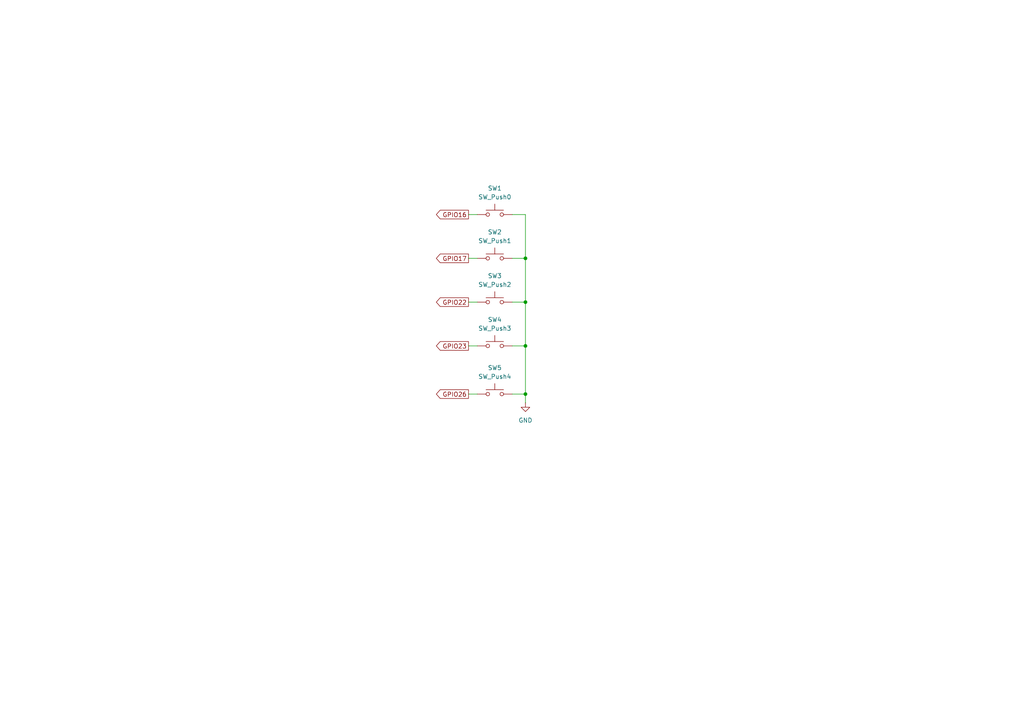
<source format=kicad_sch>
(kicad_sch (version 20250114) (generator "eeschema") (generator_version "9.0")
  (paper "A4")
  (lib_symbols
    (symbol "Switch:SW_Push" (pin_numbers (hide yes)) (pin_names (offset 1.016) (hide yes))
      (property "Reference" "SW" (at 1.27 2.54 0))
      (property "Value" "SW_Push" (at 0 -1.524 0))
      (symbol "SW_Push_0_1"
        (circle (center -2.032 0) (radius 0.508))
        (polyline (pts (xy 0 1.27) (xy 0 3.048)))
        (circle (center 2.032 0) (radius 0.508))
        (polyline (pts (xy 2.54 1.27) (xy -2.54 1.27)))
        (pin passive line (at -5.08 0 0) (length 2.54) (name "1") (number "1"))
        (pin passive line (at 5.08 0 180) (length 2.54) (name "2") (number "2"))
      )
    )
    (symbol "power:GND" (power) (pin_numbers (hide yes)) (pin_names (offset 0) (hide yes))
      (property "Value" "GND" (at 0 -3.81 0))
      (symbol "GND_0_1"
        (polyline (pts (xy 0 0) (xy 0 -1.27) (xy 1.27 -1.27) (xy 0 -2.54) (xy -1.27 -1.27) (xy 0 -1.27)))
      )
      (symbol "GND_1_1"
        (pin power_in line (at 0 0 270) (length 0) (name "~") (number "1"))
      )
    )
  )
  (junction (at 152.4 100.33))
  (junction (at 152.4 87.63))
  (junction (at 152.4 114.3))
  (junction (at 152.4 74.93))
  (wire (pts (xy 135.89 114.3) (xy 138.43 114.3)))
  (wire (pts (xy 152.4 100.33) (xy 152.4 114.3)))
  (wire (pts (xy 152.4 116.84) (xy 152.4 114.3)))
  (wire (pts (xy 152.4 74.93) (xy 152.4 87.63)))
  (wire (pts (xy 135.89 100.33) (xy 138.43 100.33)))
  (wire (pts (xy 152.4 114.3) (xy 148.59 114.3)))
  (wire (pts (xy 135.89 74.93) (xy 138.43 74.93)))
  (wire (pts (xy 135.89 62.23) (xy 138.43 62.23)))
  (wire (pts (xy 148.59 62.23) (xy 152.4 62.23)))
  (wire (pts (xy 148.59 87.63) (xy 152.4 87.63)))
  (wire (pts (xy 152.4 62.23) (xy 152.4 74.93)))
  (wire (pts (xy 148.59 100.33) (xy 152.4 100.33)))
  (wire (pts (xy 152.4 87.63) (xy 152.4 100.33)))
  (wire (pts (xy 135.89 87.63) (xy 138.43 87.63)))
  (wire (pts (xy 148.59 74.93) (xy 152.4 74.93)))
  (global_label "GPIO17" (shape output) (at 135.89 74.93 180) (property "Intersheetrefs" "${INTERSHEET_REFS}" (effects (hide yes))))
  (global_label "GPIO16" (shape output) (at 135.89 62.23 180) (property "Intersheetrefs" "${INTERSHEET_REFS}" (effects (hide yes))))
  (global_label "GPIO26" (shape output) (at 135.89 114.3 180) (property "Intersheetrefs" "${INTERSHEET_REFS}" (effects (hide yes))))
  (global_label "GPIO23" (shape output) (at 135.89 100.33 180) (property "Intersheetrefs" "${INTERSHEET_REFS}" (effects (hide yes))))
  (global_label "GPIO22" (shape output) (at 135.89 87.63 180) (property "Intersheetrefs" "${INTERSHEET_REFS}" (effects (hide yes))))
  (symbol (lib_id "Switch:SW_Push") (at 143.51 114.3 0) (unit 1)
    (property "Reference" "SW5" (at 143.51 106.68 0))
    (property "Value" "SW_Push4" (at 143.51 109.22 0))
    (property "Description" "Push button switch, generic, two pins" (effects (hide yes)))
  )
  (symbol (lib_id "Switch:SW_Push") (at 143.51 100.33 0) (unit 1)
    (property "Reference" "SW4" (at 143.51 92.71 0))
    (property "Value" "SW_Push3" (at 143.51 95.25 0))
    (property "Description" "Push button switch, generic, two pins" (effects (hide yes)))
  )
  (symbol (lib_id "Switch:SW_Push") (at 143.51 87.63 0) (unit 1)
    (property "Reference" "SW3" (at 143.51 80.01 0))
    (property "Value" "SW_Push2" (at 143.51 82.55 0))
    (property "Description" "Push button switch, generic, two pins" (effects (hide yes)))
  )
  (symbol (lib_id "Switch:SW_Push") (at 143.51 62.23 0) (unit 1)
    (property "Reference" "SW1" (at 143.51 54.61 0))
    (property "Value" "SW_Push0" (at 143.51 57.15 0))
    (property "Description" "Push button switch, generic, two pins" (effects (hide yes)))
  )
  (symbol (lib_id "power:GND") (at 152.4 116.84 0) (unit 1)
    (property "Reference" "#PWR015" (effects (hide yes)))
    (property "Value" "GND" (at 152.4 121.92 0))
    (property "Description" "Power symbol creates a global label with name \"GND\" , ground" (effects (hide yes)))
  )
  (symbol (lib_id "Switch:SW_Push") (at 143.51 74.93 0) (unit 1)
    (property "Reference" "SW2" (at 143.51 67.31 0))
    (property "Value" "SW_Push1" (at 143.51 69.85 0))
    (property "Description" "Push button switch, generic, two pins" (effects (hide yes)))
  )
)
</source>
